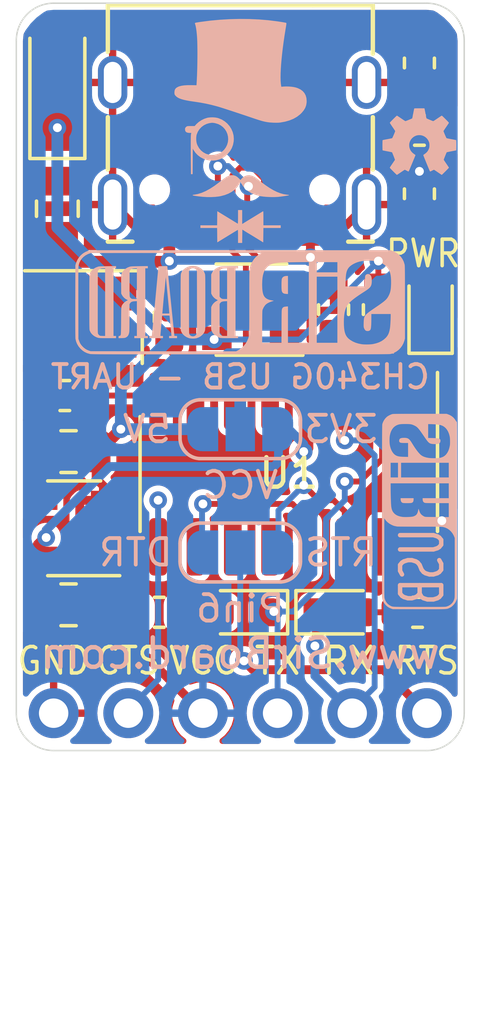
<source format=kicad_pcb>
(kicad_pcb (version 20171130) (host pcbnew "(5.1.2)-2")
  (title_block (title "CH340G USB to UART Converter") (date 2020-01-15) (rev 2) (company SirBoard) (comment 1 www.SirBoard.com))
  (layers (0 F.Cu signal) (31 B.Cu signal) (34 B.Paste user hide) (35 F.Paste user hide) (36 B.SilkS user) (37 F.SilkS user) (38 B.Mask user hide) (39 F.Mask user hide) (44 Edge.Cuts user))
  (net 0 "")
  (net 1 "Net-(U1-Pad15)")
  (net 2 "Net-(U1-Pad12)")
  (net 3 "Net-(U1-Pad11)")
  (net 4 "Net-(U1-Pad10)")
  (net 5 "Net-(PWR1-Pad2)")
  (net 6 GND)
  (net 7 VBUS)
  (net 8 CTS)
  (net 9 VCC)
  (net 10 TX)
  (net 11 RX)
  (net 12 P6)
  (net 13 3V3)
  (net 14 RTS)
  (net 15 DTR)
  (net 16 "Net-(P1-PadA5)")
  (net 17 "Net-(U2-Pad4)")
  (net 18 "Net-(P1-PadA8)")
  (net 19 "Net-(C1-Pad1)")
  (net 20 "Net-(C2-Pad1)")
  (net 21 "Net-(F1-Pad2)")
  (net 22 "Net-(R2-Pad2)")
  (net 23 "Net-(R3-Pad2)")
  (net 24 D-)
  (net 25 D+)
  (net 26 "Net-(P1-PadB5)")
  (net 27 "Net-(P1-PadB8)")
  (module logo:OSHW36x26 (layer B.Cu) (at 76.454 32.385 180)
    (fp_text reference G*** hide)
    (fp_text value LOGO hide)
  )
  (module logo:SirBoard112x35 (layer B.Cu) (at 70.358 37.846 180)
    (fp_text reference G*** hide)
    (fp_text value LOGO hide)
  )
  (module SirBoardLibrary:USB_C (layer F.Cu) (at 73.5487 35.8164 180)
    (fp_text reference P1 hide)
    (fp_text value USB_C_Plug_USB2.0 hide)
    (pad B4 smd rect (at 5.4558 0.5866 180) (size 0.31 1.4) (layers F.Cu F.Paste F.Mask) (net 21 "Net-(F1-Pad2)"))
    (pad B1 smd rect (at 6.2585 0.5866 180) (size 0.31 1.4) (layers F.Cu F.Paste F.Mask) (net 6 GND))
    (pad B9 smd rect (at 0.9685 0.5842 180) (size 0.31 1.4) (layers F.Cu F.Paste F.Mask) (net 21 "Net-(F1-Pad2)"))
    (pad B12 smd rect (at 0.1685 0.5842 180) (size 0.31 1.4) (layers F.Cu F.Paste F.Mask) (net 6 GND))
    (pad A1 smd rect (at -0.1415 0.5866 180) (size 0.31 1.4) (layers F.Cu F.Paste F.Mask) (net 6 GND))
    (pad A12 smd rect (at 6.5685 0.5866 180) (size 0.31 1.4) (layers F.Cu F.Paste F.Mask) (net 6 GND))
    (pad "" np_thru_hole circle (at 0.3235 1.7866 180) (size 0.65 0.65) (drill oval 0.65) (layers *.Cu *.Mask))
    (pad "" np_thru_hole circle (at 6.1035 1.7866 180) (size 0.65 0.65) (drill oval 0.65) (layers *.Cu *.Mask))
    (pad S1 thru_hole oval (at -1.1065 5.4366 180) (size 1 1.8) (drill oval 0.6 1.4) (layers *.Cu *.Mask) (net 6 GND))
    (pad S1 thru_hole oval (at 7.5335 5.4366 180) (size 1 1.8) (drill oval 0.6 1.4) (layers *.Cu *.Mask) (net 6 GND))
    (pad S1 thru_hole oval (at 7.5335 1.2866 180) (size 1 2.1) (drill oval 0.6 1.7) (layers *.Cu *.Mask) (net 6 GND))
    (pad S1 thru_hole oval (at -1.1065 1.2866 180) (size 1 2.1) (drill oval 0.6 1.7) (layers *.Cu *.Mask) (net 6 GND))
    (pad B5 smd rect (at 4.9635 0.5866 180) (size 0.32 1.4) (layers F.Cu F.Paste F.Mask) (net 26 "Net-(P1-PadB5)"))
    (pad A8 smd rect (at 4.4635 0.5866 180) (size 0.32 1.4) (layers F.Cu F.Paste F.Mask) (net 18 "Net-(P1-PadA8)"))
    (pad B6 smd rect (at 3.9635 0.5866 180) (size 0.32 1.4) (layers F.Cu F.Paste F.Mask) (net 25 D+))
    (pad A7 smd rect (at 3.4635 0.5866 180) (size 0.32 1.4) (layers F.Cu F.Paste F.Mask) (net 24 D-))
    (pad A6 smd rect (at 2.9635 0.5866 180) (size 0.32 1.4) (layers F.Cu F.Paste F.Mask) (net 25 D+))
    (pad B7 smd rect (at 2.4635 0.5866 180) (size 0.32 1.4) (layers F.Cu F.Paste F.Mask) (net 24 D-))
    (pad A5 smd rect (at 1.9635 0.5866 180) (size 0.32 1.4) (layers F.Cu F.Paste F.Mask) (net 16 "Net-(P1-PadA5)"))
    (pad B8 smd rect (at 1.4635 0.5866 180) (size 0.32 1.4) (layers F.Cu F.Paste F.Mask) (net 27 "Net-(P1-PadB8)"))
    (pad A9 smd rect (at 5.7685 0.5866 180) (size 0.31 1.4) (layers F.Cu F.Paste F.Mask) (net 21 "Net-(F1-Pad2)"))
    (pad A4 smd rect (at 0.6585 0.5866 180) (size 0.31 1.4) (layers F.Cu F.Paste F.Mask) (net 21 "Net-(F1-Pad2)"))
  )
  (module Connector_PinHeader_2.54mm:PinHeader_1x06_P2.54mm_Horizontal (layer F.Cu) (at 76.708 51.816 270)
    (fp_text reference J2 hide)
    (fp_text value Conn_01x06)
    (pad 6 thru_hole oval (at 0 12.7 270) (size 1.7 1.7) (drill 1) (layers *.Cu *.Mask) (net 6 GND))
    (pad 5 thru_hole oval (at 0 10.16 270) (size 1.7 1.7) (drill 1) (layers *.Cu *.Mask) (net 8 CTS))
    (pad 4 thru_hole oval (at 0 7.62 270) (size 1.7 1.7) (drill 1) (layers *.Cu *.Mask) (net 9 VCC))
    (pad 3 thru_hole oval (at 0 5.08 270) (size 1.7 1.7) (drill 1) (layers *.Cu *.Mask) (net 10 TX))
    (pad 2 thru_hole oval (at 0 2.54 270) (size 1.7 1.7) (drill 1) (layers *.Cu *.Mask) (net 11 RX))
    (pad 1 thru_hole circle (at 0 0 270) (size 1.7 1.7) (drill 1) (layers *.Cu *.Mask) (net 12 P6))
  )
  (module logo:SirUSB66x25 (layer B.Cu) (at 76.454 44.958 270)
    (fp_text reference G*** hide)
    (fp_text value LOGO hide)
  )
  (module Resistor_SMD:R_0603_1608Metric (layer F.Cu) (at 76.454 34.163 270)
    (fp_text reference R1 hide)
    (fp_text value 1K)
    (pad 2 smd roundrect (at 0.7875 0 270) (size 0.875 0.95) (layers F.Cu F.Paste F.Mask) (net 5 "Net-(PWR1-Pad2)"))
    (pad 1 smd roundrect (at -0.7875 0 270) (size 0.875 0.95) (layers F.Cu F.Paste F.Mask) (net 9 VCC))
  )
  (module Resistor_SMD:R_0603_1608Metric (layer F.Cu) (at 76.454 32.004)
    (fp_text reference R5 hide)
    (fp_text value 5K1)
    (pad 2 smd roundrect (at 0.7875 0) (size 0.875 0.95) (layers F.Cu F.Paste F.Mask) (net 6 GND))
    (pad 1 smd roundrect (at -0.7875 0) (size 0.875 0.95) (layers F.Cu F.Paste F.Mask) (net 16 "Net-(P1-PadA5)"))
  )
  (module Resistor_SMD:R_0603_1608Metric (layer F.Cu) (at 76.454 29.718 270)
    (fp_text reference R4 hide)
    (fp_text value 5K1)
    (pad 2 smd roundrect (at 0.7875 0 270) (size 0.875 0.95) (layers F.Cu F.Paste F.Mask) (net 6 GND))
    (pad 1 smd roundrect (at -0.7875 0 270) (size 0.875 0.95) (layers F.Cu F.Paste F.Mask) (net 26 "Net-(P1-PadB5)"))
  )
  (module logo:logo76x107 (layer B.Cu) (at 70.358 32.0294 180)
    (fp_text reference G*** hide)
    (fp_text value LOGO hide)
  )
  (module Jumper:SolderJumper-3_P1.3mm_Open_RoundedPad1.0x1.5mm (layer B.Cu) (at 70.358 42.164)
    (fp_text reference VCC (at 0 1.905) (layer B.SilkS) (effects (font (size 0.9 0.9) (thickness 0.13)) (justify mirror)))
    (fp_text value SolderJumper_3_Open)
    (pad 2 smd rect (at 0 0) (size 1 1.5) (layers B.Cu B.Mask) (net 9 VCC))
    (pad 3 smd custom (at 1.3 0) (size 1 0.5) (layers B.Cu B.Mask) (net 13 3V3) (options (clearance outline) (anchor rect)) (primitives (gr_circle (center 0 -0.25) (end 0.5 -0.25) (width 0)) (gr_circle (center 0 0.25) (end 0.5 0.25) (width 0)) (gr_poly (pts (xy -0.55 0.75) (xy 0 0.75) (xy 0 -0.75) (xy -0.55 -0.75)) (width 0))))
    (pad 1 smd custom (at -1.3 0) (size 1 0.5) (layers B.Cu B.Mask) (net 7 VBUS) (options (clearance outline) (anchor rect)) (primitives (gr_circle (center 0 -0.25) (end 0.5 -0.25) (width 0)) (gr_circle (center 0 0.25) (end 0.5 0.25) (width 0)) (gr_poly (pts (xy 0.55 0.75) (xy 0 0.75) (xy 0 -0.75) (xy 0.55 -0.75)) (width 0))))
  )
  (module Jumper:SolderJumper-3_P1.3mm_Open_RoundedPad1.0x1.5mm (layer B.Cu) (at 70.358 46.355)
    (fp_text reference Pin6 (at 0 1.905) (layer B.SilkS) (effects (font (size 0.9 0.9) (thickness 0.13)) (justify mirror)))
    (fp_text value SolderJumper_3_Open)
    (pad 2 smd rect (at 0 0) (size 1 1.5) (layers B.Cu B.Mask) (net 12 P6))
    (pad 3 smd custom (at 1.3 0) (size 1 0.5) (layers B.Cu B.Mask) (net 14 RTS) (options (clearance outline) (anchor rect)) (primitives (gr_circle (center 0 -0.25) (end 0.5 -0.25) (width 0)) (gr_circle (center 0 0.25) (end 0.5 0.25) (width 0)) (gr_poly (pts (xy -0.55 0.75) (xy 0 0.75) (xy 0 -0.75) (xy -0.55 -0.75)) (width 0))))
    (pad 1 smd custom (at -1.3 0) (size 1 0.5) (layers B.Cu B.Mask) (net 15 DTR) (options (clearance outline) (anchor rect)) (primitives (gr_circle (center 0 -0.25) (end 0.5 -0.25) (width 0)) (gr_circle (center 0 0.25) (end 0.5 0.25) (width 0)) (gr_poly (pts (xy 0.55 0.75) (xy 0 0.75) (xy 0 -0.75) (xy 0.55 -0.75)) (width 0))))
  )
  (module SirBoardLibrary:SOT-143 (layer F.Cu) (at 70.739 38.1 90)
    (fp_text reference D1 hide)
    (fp_text value PRTR5V0U2X)
    (pad 4 smd rect (at -0.9754 -1.1762 90) (size 0.8 1) (layers F.Cu F.Paste F.Mask) (net 7 VBUS))
    (pad 3 smd rect (at 0.9246 -1.1762 90) (size 0.8 1) (layers F.Cu F.Paste F.Mask) (net 24 D-))
    (pad 2 smd rect (at 0.9246 1.1238 90) (size 0.8 1) (layers F.Cu F.Paste F.Mask) (net 25 D+))
    (pad 1 smd rect (at -0.7954 1.1238 90) (size 1.2 1) (layers F.Cu F.Paste F.Mask) (net 6 GND))
  )
  (module Capacitor_SMD:C_0603_1608Metric (layer F.Cu) (at 64.389 41.021 180)
    (fp_text reference C2 hide)
    (fp_text value 9pF)
    (pad 2 smd roundrect (at 0.7875 0 180) (size 0.875 0.95) (layers F.Cu F.Paste F.Mask) (net 6 GND))
    (pad 1 smd roundrect (at -0.7875 0 180) (size 0.875 0.95) (layers F.Cu F.Paste F.Mask) (net 20 "Net-(C2-Pad1)"))
  )
  (module Capacitor_SMD:C_0603_1608Metric (layer F.Cu) (at 67.945 38.354 90)
    (fp_text reference C1 hide)
    (fp_text value 9pF)
    (pad 1 smd roundrect (at -0.7875 0 90) (size 0.875 0.95) (layers F.Cu F.Paste F.Mask) (net 19 "Net-(C1-Pad1)"))
    (pad 2 smd roundrect (at 0.7875 0 90) (size 0.875 0.95) (layers F.Cu F.Paste F.Mask) (net 6 GND))
  )
  (module LED_SMD:LED_0603_1608Metric (layer F.Cu) (at 76.835 38.1 90)
    (fp_text reference PWR (at 1.905 -0.254 180) (layer F.SilkS) (effects (font (size 0.9 0.8) (thickness 0.12))))
    (fp_text value BLUE)
    (pad 2 smd roundrect (at 0.7875 0 90) (size 0.875 0.95) (layers F.Cu F.Paste F.Mask) (net 5 "Net-(PWR1-Pad2)"))
    (pad 1 smd roundrect (at -0.7875 0 90) (size 0.875 0.95) (layers F.Cu F.Paste F.Mask) (net 6 GND))
  )
  (module LED_SMD:LED_0603_1608Metric (layer F.Cu) (at 70.485 48.387 180)
    (fp_text reference TX2 hide)
    (fp_text value RED)
    (pad 1 smd roundrect (at -0.7875 0 180) (size 0.875 0.95) (layers F.Cu F.Paste F.Mask) (net 10 TX))
    (pad 2 smd roundrect (at 0.7875 0 180) (size 0.875 0.95) (layers F.Cu F.Paste F.Mask) (net 22 "Net-(R2-Pad2)"))
  )
  (module LED_SMD:LED_0603_1608Metric (layer F.Cu) (at 73.7362 48.387)
    (fp_text reference RX1 hide)
    (fp_text value GREEN)
    (pad 1 smd roundrect (at -0.7875 0) (size 0.875 0.95) (layers F.Cu F.Paste F.Mask) (net 11 RX))
    (pad 2 smd roundrect (at 0.7875 0) (size 0.875 0.95) (layers F.Cu F.Paste F.Mask) (net 23 "Net-(R3-Pad2)"))
  )
  (module Resistor_SMD:R_0603_1608Metric (layer F.Cu) (at 76.3905 48.387 180)
    (fp_text reference R3 hide)
    (fp_text value 1K)
    (pad 1 smd roundrect (at -0.7875 0 180) (size 0.875 0.95) (layers F.Cu F.Paste F.Mask) (net 9 VCC))
    (pad 2 smd roundrect (at 0.7875 0 180) (size 0.875 0.95) (layers F.Cu F.Paste F.Mask) (net 23 "Net-(R3-Pad2)"))
  )
  (module Resistor_SMD:R_0603_1608Metric (layer F.Cu) (at 67.602 48.387)
    (fp_text reference R2 hide)
    (fp_text value 1K)
    (pad 1 smd roundrect (at -0.7875 0) (size 0.875 0.95) (layers F.Cu F.Paste F.Mask) (net 9 VCC))
    (pad 2 smd roundrect (at 0.7875 0) (size 0.875 0.95) (layers F.Cu F.Paste F.Mask) (net 22 "Net-(R2-Pad2)"))
  )
  (module Resistor_SMD:R_0805_2012Metric (layer F.Cu) (at 64.135 34.671 270)
    (fp_text reference F1 hide)
    (fp_text value 500mA)
    (pad 1 smd roundrect (at -0.9375 0 270) (size 0.975 1.4) (layers F.Cu F.Paste F.Mask) (net 7 VBUS))
    (pad 2 smd roundrect (at 0.9375 0 270) (size 0.975 1.4) (layers F.Cu F.Paste F.Mask) (net 21 "Net-(F1-Pad2)"))
  )
  (module Crystal:Crystal_SMD_SeikoEpson_TSX3225-4Pin_3.2x2.5mm (layer F.Cu) (at 65.024 38.354 180)
    (fp_text reference Y1 hide)
    (fp_text value Crystal_GND24)
    (pad 1 smd rect (at -1.1 0.8 180) (size 1.4 1.15) (layers F.Cu F.Paste F.Mask) (net 19 "Net-(C1-Pad1)"))
    (pad 2 smd rect (at 1.1 0.8 180) (size 1.4 1.15) (layers F.Cu F.Paste F.Mask) (net 6 GND))
    (pad 3 smd rect (at 1.1 -0.8 180) (size 1.4 1.15) (layers F.Cu F.Paste F.Mask) (net 20 "Net-(C2-Pad1)"))
    (pad 4 smd rect (at -1.1 -0.8 180) (size 1.4 1.15) (layers F.Cu F.Paste F.Mask) (net 6 GND))
  )
  (module Capacitor_SMD:C_0805_2012Metric (layer F.Cu) (at 64.516 48.133)
    (fp_text reference C7 hide)
    (fp_text value 10uF)
    (pad 2 smd roundrect (at 0.9375 0) (size 0.975 1.4) (layers F.Cu F.Paste F.Mask) (net 6 GND))
    (pad 1 smd roundrect (at -0.9375 0) (size 0.975 1.4) (layers F.Cu F.Paste F.Mask) (net 13 3V3))
  )
  (module Capacitor_SMD:C_0805_2012Metric (layer F.Cu) (at 64.516 42.926 180)
    (fp_text reference C6 hide)
    (fp_text value 10uF)
    (pad 2 smd roundrect (at 0.9375 0 180) (size 0.975 1.4) (layers F.Cu F.Paste F.Mask) (net 6 GND))
    (pad 1 smd roundrect (at -0.9375 0 180) (size 0.975 1.4) (layers F.Cu F.Paste F.Mask) (net 7 VBUS))
  )
  (module Capacitor_SMD:C_0603_1608Metric (layer F.Cu) (at 73.533 38.1 270)
    (fp_text reference C5 hide)
    (fp_text value 10nF)
    (pad 2 smd roundrect (at 0.7875 0 270) (size 0.875 0.95) (layers F.Cu F.Paste F.Mask) (net 13 3V3))
    (pad 1 smd roundrect (at -0.7875 0 270) (size 0.875 0.95) (layers F.Cu F.Paste F.Mask) (net 6 GND))
  )
  (module Package_TO_SOT_SMD:SOT-23-5 (layer F.Cu) (at 64.7065 45.532 180)
    (fp_text reference U2 hide)
    (fp_text value AP2127K-3.3)
    (pad 5 smd rect (at 1.1 -0.95 180) (size 1.06 0.65) (layers F.Cu F.Paste F.Mask) (net 13 3V3))
    (pad 4 smd rect (at 1.1 0.95 180) (size 1.06 0.65) (layers F.Cu F.Paste F.Mask) (net 17 "Net-(U2-Pad4)"))
    (pad 3 smd rect (at -1.1 0.95 180) (size 1.06 0.65) (layers F.Cu F.Paste F.Mask) (net 7 VBUS))
    (pad 2 smd rect (at -1.1 0 180) (size 1.06 0.65) (layers F.Cu F.Paste F.Mask) (net 6 GND))
    (pad 1 smd rect (at -1.1 -0.95 180) (size 1.06 0.65) (layers F.Cu F.Paste F.Mask) (net 7 VBUS))
  )
  (module Package_SO:SOIC-16_3.9x9.9mm_P1.27mm (layer F.Cu) (at 72.009 43.688 270)
    (fp_text reference U1 (at -0.0254 0 180) (layer F.SilkS))
    (fp_text value CH340G)
    (pad 1 smd roundrect (at -2.475 -4.445 270) (size 1.95 0.6) (layers F.Cu F.Paste F.Mask) (net 6 GND))
    (pad 2 smd roundrect (at -2.475 -3.175 270) (size 1.95 0.6) (layers F.Cu F.Paste F.Mask) (net 10 TX))
    (pad 3 smd roundrect (at -2.475 -1.905 270) (size 1.95 0.6) (layers F.Cu F.Paste F.Mask) (net 11 RX))
    (pad 4 smd roundrect (at -2.475 -0.635 270) (size 1.95 0.6) (layers F.Cu F.Paste F.Mask) (net 13 3V3))
    (pad 5 smd roundrect (at -2.475 0.635 270) (size 1.95 0.6) (layers F.Cu F.Paste F.Mask) (net 25 D+))
    (pad 6 smd roundrect (at -2.475 1.905 270) (size 1.95 0.6) (layers F.Cu F.Paste F.Mask) (net 24 D-))
    (pad 7 smd roundrect (at -2.475 3.175 270) (size 1.95 0.6) (layers F.Cu F.Paste F.Mask) (net 19 "Net-(C1-Pad1)"))
    (pad 8 smd roundrect (at -2.475 4.445 270) (size 1.95 0.6) (layers F.Cu F.Paste F.Mask) (net 20 "Net-(C2-Pad1)"))
    (pad 9 smd roundrect (at 2.475 4.445 270) (size 1.95 0.6) (layers F.Cu F.Paste F.Mask) (net 8 CTS))
    (pad 10 smd roundrect (at 2.475 3.175 270) (size 1.95 0.6) (layers F.Cu F.Paste F.Mask) (net 4 "Net-(U1-Pad10)"))
    (pad 11 smd roundrect (at 2.475 1.905 270) (size 1.95 0.6) (layers F.Cu F.Paste F.Mask) (net 3 "Net-(U1-Pad11)"))
    (pad 12 smd roundrect (at 2.475 0.635 270) (size 1.95 0.6) (layers F.Cu F.Paste F.Mask) (net 2 "Net-(U1-Pad12)"))
    (pad 13 smd roundrect (at 2.475 -0.635 270) (size 1.95 0.6) (layers F.Cu F.Paste F.Mask) (net 15 DTR))
    (pad 14 smd roundrect (at 2.475 -1.905 270) (size 1.95 0.6) (layers F.Cu F.Paste F.Mask) (net 14 RTS))
    (pad 15 smd roundrect (at 2.475 -3.175 270) (size 1.95 0.6) (layers F.Cu F.Paste F.Mask) (net 1 "Net-(U1-Pad15)"))
    (pad 16 smd roundrect (at 2.475 -4.445 270) (size 1.95 0.6) (layers F.Cu F.Paste F.Mask) (net 9 VCC))
  )
  (module Capacitor_SMD:C_0603_1608Metric (layer F.Cu) (at 75.057 38.1 270)
    (fp_text reference C4 hide)
    (fp_text value 100nF)
    (pad 1 smd roundrect (at -0.7875 0 270) (size 0.875 0.95) (layers F.Cu F.Paste F.Mask) (net 7 VBUS))
    (pad 2 smd roundrect (at 0.7875 0 270) (size 0.875 0.95) (layers F.Cu F.Paste F.Mask) (net 6 GND))
  )
  (module Capacitor_Tantalum_SMD:CP_EIA-3216-18_Kemet-A_Pad1.58x1.35mm_HandSolder (layer F.Cu) (at 64.135 30.48 90)
    (fp_text reference C3 hide)
    (fp_text value 22uF)
    (pad 2 smd roundrect (at 1.4375 0 90) (size 1.575 1.35) (layers F.Cu F.Paste F.Mask) (roundrect_rratio 0.185185) (net 6 GND))
    (pad 1 smd roundrect (at -1.4375 0 90) (size 1.575 1.35) (layers F.Cu F.Paste F.Mask) (roundrect_rratio 0.185185) (net 7 VBUS))
  )
  (gr_text USB (at 76.5556 46.8376 90) (layer B.SilkS) (effects (font (size 1.4 0.85)) (justify mirror)))
  (gr_arc (start 64.008 28.956) (end 64.008 27.686) (angle -90) (layer Edge.Cuts) (width 0.05))
  (gr_arc (start 76.708 28.956) (end 77.978 28.956) (angle -90) (layer Edge.Cuts) (width 0.05))
  (gr_arc (start 76.708 51.816) (end 76.708 53.086) (angle -90) (layer Edge.Cuts) (width 0.05))
  (gr_arc (start 64.008 51.816) (end 62.738 51.816) (angle -90) (layer Edge.Cuts) (width 0.05))
  (gr_text 5V (at 67.183 42.164) (layer B.SilkS) (effects (font (size 0.9 0.9) (thickness 0.13)) (justify mirror)))
  (gr_text 3V3 (at 73.787 42.164) (layer B.SilkS) (effects (font (size 0.9 0.9) (thickness 0.13)) (justify mirror)))
  (gr_text RTS (at 73.787 46.355) (layer B.SilkS) (effects (font (size 0.9 0.9) (thickness 0.13)) (justify mirror)))
  (gr_text DTR (at 66.802 46.355) (layer B.SilkS) (effects (font (size 0.9 0.9) (thickness 0.13)) (justify mirror)))
  (gr_text TX (at 71.628 50.038) (layer F.SilkS) (effects (font (size 0.9 0.9) (thickness 0.13))))
  (gr_text CTS (at 66.548 50.038) (layer F.SilkS) (effects (font (size 0.9 0.8) (thickness 0.12))))
  (gr_text GND (at 64.008 50.038) (layer F.SilkS) (effects (font (size 0.9 0.8) (thickness 0.12))))
  (gr_text VCC (at 69.088 50.038) (layer F.SilkS) (effects (font (size 0.9 0.8) (thickness 0.12))))
  (gr_text RX (at 74.041 50.038) (layer F.SilkS) (effects (font (size 0.9 0.9) (thickness 0.13))))
  (gr_text RTS (at 76.708 50.038) (layer F.SilkS) (effects (font (size 0.9 0.8) (thickness 0.12))))
  (gr_text "CH340G USB - UART" (at 70.358 40.386) (layer B.SilkS) (effects (font (size 0.8 0.8) (thickness 0.13)) (justify mirror)))
  (gr_text www.SirBoard.com (at 70.358 49.784) (layer B.SilkS) (effects (font (size 1 1)) (justify mirror)))
  (gr_line (start 62.738 28.956) (end 62.738 51.816) (layer Edge.Cuts) (width 0.05))
  (gr_line (start 77.978 28.956) (end 77.978 51.816) (layer Edge.Cuts) (width 0.05))
  (gr_line (start 76.708 27.686) (end 64.008 27.686) (layer Edge.Cuts) (width 0.05))
  (gr_line (start 64.008 53.086) (end 76.708 53.086) (layer Edge.Cuts) (width 0.05))
  (segment (start 76.835 35.3315) (end 76.454 34.9505) (width 0.2) (layer F.Cu) (net 5))
  (segment (start 76.835 37.3125) (end 76.835 35.3315) (width 0.2) (layer F.Cu) (net 5))
  (segment (start 73.6882 35.2298) (end 73.3806 35.2298) (width 0.2) (layer F.Cu) (net 6))
  (segment (start 73.974 35.2274) (end 74.674 34.5274) (width 0.3) (layer F.Cu) (net 6))
  (segment (start 73.709 35.2274) (end 73.974 35.2274) (width 0.3) (layer F.Cu) (net 6))
  (segment (start 66.734 35.2274) (end 66.034 34.5274) (width 0.3) (layer F.Cu) (net 6))
  (segment (start 67.309 35.2274) (end 66.734 35.2274) (width 0.3) (layer F.Cu) (net 6))
  (via (at 69.469 39.116) (size 0.6) (drill 0.3) (layers F.Cu B.Cu) (net 7))
  (segment (start 69.469 39.116) (end 67.945 39.116) (width 0.4) (layer B.Cu) (net 7))
  (via (at 66.294 42.164) (size 0.6) (drill 0.3) (layers F.Cu B.Cu) (net 7))
  (segment (start 65.4535 43.8455) (end 65.4535 43.053) (width 0.3) (layer F.Cu) (net 7))
  (segment (start 65.7 44.092) (end 65.4535 43.8455) (width 0.3) (layer F.Cu) (net 7))
  (segment (start 64.9732 46.482) (end 64.897 46.4058) (width 0.3) (layer F.Cu) (net 7))
  (segment (start 65.7 46.482) (end 64.9732 46.482) (width 0.3) (layer F.Cu) (net 7))
  (segment (start 64.897 46.4058) (end 64.897 44.6532) (width 0.3) (layer F.Cu) (net 7))
  (segment (start 64.897 44.6532) (end 64.9682 44.582) (width 0.3) (layer F.Cu) (net 7))
  (segment (start 64.9682 44.582) (end 65.7 44.582) (width 0.3) (layer F.Cu) (net 7))
  (segment (start 65.7 44.582) (end 65.7 44.092) (width 0.3) (layer F.Cu) (net 7))
  (segment (start 74.757001 36.748999) (end 75.057 36.449) (width 0.2) (layer B.Cu) (net 7))
  (segment (start 72.39 39.116) (end 74.757001 36.748999) (width 0.2) (layer B.Cu) (net 7))
  (segment (start 69.469 39.116) (end 72.39 39.116) (width 0.2) (layer B.Cu) (net 7))
  (segment (start 75.057 37.3125) (end 75.057 36.449) (width 0.2) (layer F.Cu) (net 7))
  (via (at 75.057 36.449) (size 0.6) (drill 0.3) (layers F.Cu B.Cu) (net 7))
  (via (at 64.135 31.917488) (size 0.6) (drill 0.3) (layers F.Cu B.Cu) (net 7))
  (segment (start 64.135012 31.9175) (end 64.135 31.917488) (width 0.4) (layer F.Cu) (net 7))
  (segment (start 64.135 32.341752) (end 64.135 31.917488) (width 0.4) (layer F.Cu) (net 7))
  (segment (start 64.135 33.6065) (end 64.135 32.341752) (width 0.4) (layer F.Cu) (net 7))
  (segment (start 64.135 31.9175) (end 64.135 31.917488) (width 0.4) (layer B.Cu) (net 7))
  (segment (start 67.945 39.116) (end 64.135 35.306) (width 0.4) (layer B.Cu) (net 7))
  (segment (start 64.135 35.306) (end 64.135 31.9175) (width 0.4) (layer B.Cu) (net 7))
  (segment (start 66.294 42.164) (end 69.058 42.164) (width 0.4) (layer B.Cu) (net 7))
  (segment (start 67.945 39.116) (end 66.294 40.767) (width 0.4) (layer B.Cu) (net 7))
  (segment (start 66.294 40.767) (end 66.294 42.164) (width 0.4) (layer B.Cu) (net 7))
  (segment (start 65.532 42.926) (end 65.4535 42.926) (width 0.4) (layer F.Cu) (net 7))
  (segment (start 66.294 42.164) (end 65.532 42.926) (width 0.4) (layer F.Cu) (net 7))
  (segment (start 66.548 51.308) (end 66.548 51.689) (width 0.3) (layer B.Cu) (net 8))
  (segment (start 67.564 45.001264) (end 67.564 44.577) (width 0.2) (layer B.Cu) (net 8))
  (segment (start 67.564 50.673) (end 67.564 45.001264) (width 0.2) (layer B.Cu) (net 8))
  (segment (start 67.564 46.036) (end 67.564 45.001264) (width 0.2) (layer F.Cu) (net 8))
  (segment (start 66.548 51.689) (end 67.564 50.673) (width 0.2) (layer B.Cu) (net 8))
  (segment (start 67.437 46.163) (end 67.564 46.036) (width 0.2) (layer F.Cu) (net 8))
  (segment (start 67.564 45.001264) (end 67.564 44.577) (width 0.2) (layer F.Cu) (net 8))
  (via (at 67.564 44.577) (size 0.6) (drill 0.3) (layers F.Cu B.Cu) (net 8))
  (via (at 76.454 33.401) (size 0.6) (drill 0.3) (layers F.Cu B.Cu) (net 9))
  (via (at 77.216 45.274) (size 0.6) (drill 0.3) (layers F.Cu B.Cu) (net 9))
  (segment (start 77.216 41.529) (end 77.216 45.274) (width 0.4) (layer B.Cu) (net 9))
  (segment (start 76.2 40.513) (end 77.216 41.529) (width 0.4) (layer B.Cu) (net 9))
  (segment (start 70.859 40.513) (end 76.2 40.513) (width 0.4) (layer B.Cu) (net 9))
  (segment (start 70.358 42.164) (end 70.358 41.014) (width 0.4) (layer B.Cu) (net 9))
  (segment (start 70.358 41.014) (end 70.859 40.513) (width 0.4) (layer B.Cu) (net 9))
  (segment (start 76.454 46.036) (end 77.216 45.274) (width 0.4) (layer F.Cu) (net 9))
  (segment (start 76.454 46.163) (end 76.454 46.036) (width 0.4) (layer F.Cu) (net 9))
  (segment (start 66.8145 48.387) (end 66.751 48.387) (width 0.2) (layer F.Cu) (net 9))
  (segment (start 77.267 48.59) (end 77.267 48.476) (width 0.2) (layer F.Cu) (net 9))
  (segment (start 77.267 48.476) (end 77.216 48.425) (width 0.2) (layer F.Cu) (net 9))
  (segment (start 66.8145 49.5425) (end 69.088 51.816) (width 0.3) (layer F.Cu) (net 9))
  (segment (start 66.8145 48.387) (end 66.8145 49.5425) (width 0.3) (layer F.Cu) (net 9))
  (segment (start 76.454 47.117) (end 76.454 46.163) (width 0.3) (layer F.Cu) (net 9))
  (segment (start 77.178 48.387) (end 77.178 47.841) (width 0.3) (layer F.Cu) (net 9))
  (segment (start 77.178 47.841) (end 76.454 47.117) (width 0.3) (layer F.Cu) (net 9))
  (via (at 73.914 43.942) (size 0.6) (drill 0.3) (layers F.Cu B.Cu) (net 10))
  (via (at 71.501 48.3615) (size 0.6) (drill 0.3) (layers F.Cu B.Cu) (net 10))
  (segment (start 71.628 51.689) (end 71.628 48.4885) (width 0.2) (layer B.Cu) (net 10))
  (segment (start 71.628 48.4885) (end 71.501 48.3615) (width 0.2) (layer B.Cu) (net 10))
  (segment (start 73.914 44.577) (end 73.914 43.942) (width 0.2) (layer B.Cu) (net 10))
  (segment (start 73.279 45.212) (end 73.914 44.577) (width 0.2) (layer B.Cu) (net 10))
  (segment (start 73.279 47.244) (end 73.279 45.212) (width 0.2) (layer B.Cu) (net 10))
  (segment (start 71.501 48.3615) (end 72.1615 48.3615) (width 0.2) (layer B.Cu) (net 10))
  (segment (start 72.1615 48.3615) (end 73.279 47.244) (width 0.2) (layer B.Cu) (net 10))
  (segment (start 75.184 43.18) (end 75.184 41.213) (width 0.2) (layer F.Cu) (net 10))
  (segment (start 73.914 43.942) (end 74.422 43.942) (width 0.2) (layer F.Cu) (net 10))
  (segment (start 74.422 43.942) (end 75.184 43.18) (width 0.2) (layer F.Cu) (net 10))
  (via (at 72.898 49.529996) (size 0.6) (drill 0.3) (layers F.Cu B.Cu) (net 11))
  (segment (start 74.168 51.816) (end 72.898 50.546) (width 0.3) (layer B.Cu) (net 11))
  (segment (start 72.898 50.546) (end 72.898 49.95426) (width 0.3) (layer B.Cu) (net 11))
  (segment (start 72.898 49.95426) (end 72.898 49.529996) (width 0.3) (layer B.Cu) (net 11))
  (segment (start 72.9487 49.479296) (end 72.898 49.529996) (width 0.3) (layer F.Cu) (net 11))
  (segment (start 72.9487 48.387) (end 72.9487 49.479296) (width 0.3) (layer F.Cu) (net 11))
  (via (at 73.914 42.545) (size 0.6) (drill 0.3) (layers F.Cu B.Cu) (net 11))
  (segment (start 73.914 41.213) (end 73.914 42.545028) (width 0.2) (layer F.Cu) (net 11))
  (segment (start 74.422 42.545) (end 73.914 42.545) (width 0.2) (layer B.Cu) (net 11))
  (segment (start 74.93 43.053) (end 74.422 42.545) (width 0.2) (layer B.Cu) (net 11))
  (segment (start 74.168 51.689) (end 74.93 50.927) (width 0.2) (layer B.Cu) (net 11))
  (segment (start 74.93 50.927) (end 74.93 43.053) (width 0.2) (layer B.Cu) (net 11))
  (via (at 70.485 50.038) (size 0.6) (drill 0.3) (layers F.Cu B.Cu) (net 12))
  (segment (start 70.358 46.355) (end 70.358 49.911) (width 0.2) (layer B.Cu) (net 12))
  (segment (start 70.358 49.911) (end 70.485 50.038) (width 0.2) (layer B.Cu) (net 12))
  (segment (start 75.858001 50.966001) (end 76.708 51.816) (width 0.3) (layer F.Cu) (net 12))
  (segment (start 75.229999 50.337999) (end 75.858001 50.966001) (width 0.3) (layer F.Cu) (net 12))
  (segment (start 70.784999 50.337999) (end 75.229999 50.337999) (width 0.3) (layer F.Cu) (net 12))
  (segment (start 70.485 50.038) (end 70.784999 50.337999) (width 0.3) (layer F.Cu) (net 12))
  (segment (start 63.5 47.107) (end 63.5 46.482) (width 0.3) (layer F.Cu) (net 13))
  (segment (start 63.5 48.0845) (end 63.5 47.107) (width 0.3) (layer F.Cu) (net 13))
  (via (at 72.517 42.926) (size 0.6) (drill 0.3) (layers F.Cu B.Cu) (net 13))
  (segment (start 72.517 42.926) (end 72.42 42.926) (width 0.4) (layer B.Cu) (net 13))
  (via (at 63.754 45.847) (size 0.6) (drill 0.3) (layers F.Cu B.Cu) (net 13))
  (segment (start 72.644 42.799) (end 72.517 42.926) (width 0.4) (layer F.Cu) (net 13))
  (segment (start 72.644 41.213) (end 72.644 42.799) (width 0.4) (layer F.Cu) (net 13))
  (segment (start 72.644 39.7765) (end 72.644 41.213) (width 0.2) (layer F.Cu) (net 13))
  (segment (start 73.533 38.8875) (end 72.644 39.7765) (width 0.2) (layer F.Cu) (net 13))
  (segment (start 72.517 42.672) (end 72.009 42.164) (width 0.3) (layer B.Cu) (net 13))
  (segment (start 72.009 42.164) (end 71.658 42.164) (width 0.3) (layer B.Cu) (net 13))
  (segment (start 72.517 42.926) (end 72.517 42.672) (width 0.3) (layer B.Cu) (net 13))
  (segment (start 71.658 43.277) (end 71.658 42.164) (width 0.3) (layer B.Cu) (net 13))
  (segment (start 71.501 43.434) (end 71.658 43.277) (width 0.3) (layer B.Cu) (net 13))
  (segment (start 65.913 43.434) (end 71.501 43.434) (width 0.3) (layer B.Cu) (net 13))
  (segment (start 63.754 45.847) (end 63.754 45.593) (width 0.3) (layer B.Cu) (net 13))
  (segment (start 63.754 45.593) (end 65.913 43.434) (width 0.3) (layer B.Cu) (net 13))
  (segment (start 63.5 46.101) (end 63.754 45.847) (width 0.4) (layer F.Cu) (net 13))
  (segment (start 63.5 46.482) (end 63.5 46.101) (width 0.4) (layer F.Cu) (net 13))
  (via (at 72.517 44.069) (size 0.6) (drill 0.3) (layers F.Cu B.Cu) (net 14))
  (segment (start 71.658 44.928) (end 72.517 44.069) (width 0.2) (layer B.Cu) (net 14))
  (segment (start 71.658 46.355) (end 71.658 44.928) (width 0.2) (layer B.Cu) (net 14))
  (segment (start 73.025 44.577) (end 72.517 44.069) (width 0.2) (layer F.Cu) (net 14))
  (segment (start 73.533 44.577) (end 73.025 44.577) (width 0.2) (layer F.Cu) (net 14))
  (segment (start 73.914 46.163) (end 73.914 44.958) (width 0.2) (layer F.Cu) (net 14))
  (segment (start 73.914 44.958) (end 73.533 44.577) (width 0.2) (layer F.Cu) (net 14))
  (segment (start 69.058 44.734) (end 69.088 44.704) (width 0.2) (layer B.Cu) (net 15))
  (segment (start 69.058 46.355) (end 69.058 44.734) (width 0.2) (layer B.Cu) (net 15))
  (via (at 69.088 44.704) (size 0.6) (drill 0.3) (layers F.Cu B.Cu) (net 15))
  (segment (start 69.512264 44.704) (end 69.088 44.704) (width 0.2) (layer F.Cu) (net 15))
  (segment (start 72.133 44.704) (end 69.512264 44.704) (width 0.2) (layer F.Cu) (net 15))
  (segment (start 72.644 46.163) (end 72.644 45.215) (width 0.2) (layer F.Cu) (net 15))
  (segment (start 72.644 45.215) (end 72.133 44.704) (width 0.2) (layer F.Cu) (net 15))
  (segment (start 75.6665 32.004) (end 72.7456 32.004) (width 0.2) (layer F.Cu) (net 16))
  (segment (start 71.5852 33.1644) (end 71.5852 35.2298) (width 0.2) (layer F.Cu) (net 16))
  (segment (start 72.7456 32.004) (end 71.5852 33.1644) (width 0.2) (layer F.Cu) (net 16))
  (segment (start 67.818 39.37) (end 67.818 38.989) (width 0.2) (layer F.Cu) (net 19))
  (segment (start 68.707 41.213) (end 68.707 40.259) (width 0.2) (layer F.Cu) (net 19))
  (segment (start 68.707 40.259) (end 67.818 39.37) (width 0.2) (layer F.Cu) (net 19))
  (segment (start 66.383 37.554) (end 65.997 37.554) (width 0.2) (layer F.Cu) (net 19))
  (segment (start 67.818 38.989) (end 66.383 37.554) (width 0.2) (layer F.Cu) (net 19))
  (segment (start 63.797 39.33675) (end 63.797 39.154) (width 0.2) (layer F.Cu) (net 20))
  (segment (start 65.1765 41.021) (end 65.1765 40.71625) (width 0.2) (layer F.Cu) (net 20))
  (segment (start 65.1765 40.71625) (end 63.797 39.33675) (width 0.2) (layer F.Cu) (net 20))
  (segment (start 67.245 41.021) (end 67.437 41.213) (width 0.2) (layer F.Cu) (net 20))
  (segment (start 65.1765 41.021) (end 67.245 41.021) (width 0.2) (layer F.Cu) (net 20))
  (segment (start 68.1307 35.2298) (end 67.818 35.2298) (width 0.2) (layer F.Cu) (net 21))
  (segment (start 72.8878 35.2322) (end 72.8902 35.2298) (width 0.3) (layer F.Cu) (net 21))
  (segment (start 72.5802 35.2322) (end 72.8878 35.2322) (width 0.3) (layer F.Cu) (net 21))
  (segment (start 67.7802 35.2298) (end 68.0929 35.2298) (width 0.3) (layer F.Cu) (net 21))
  (segment (start 72.7456 36.4236) (end 72.7456 36.4236) (width 0.3) (layer F.Cu) (net 21))
  (segment (start 72.7456 36.4236) (end 72.7456 35.2298) (width 0.3) (layer F.Cu) (net 21))
  (via (at 72.7456 36.322) (size 0.6) (drill 0.3) (layers F.Cu B.Cu) (net 21))
  (via (at 67.945 36.449) (size 0.6) (drill 0.3) (layers F.Cu B.Cu) (net 21))
  (segment (start 67.945 36.449) (end 67.945 35.2298) (width 0.4) (layer F.Cu) (net 21))
  (segment (start 67.9196 36.4744) (end 67.945 36.449) (width 0.4) (layer F.Cu) (net 21))
  (segment (start 64.8716 36.4744) (end 67.9196 36.4744) (width 0.4) (layer F.Cu) (net 21))
  (segment (start 67.9704 36.4236) (end 67.945 36.449) (width 0.3) (layer B.Cu) (net 21))
  (segment (start 72.7456 36.322) (end 72.644 36.4236) (width 0.3) (layer B.Cu) (net 21))
  (segment (start 72.644 36.4236) (end 67.9704 36.4236) (width 0.3) (layer B.Cu) (net 21))
  (segment (start 64.008 35.6085) (end 64.8739 36.4744) (width 0.4) (layer F.Cu) (net 21))
  (segment (start 64.8739 36.4744) (end 65.2018 36.4744) (width 0.4) (layer F.Cu) (net 21))
  (segment (start 69.6975 48.387) (end 68.326 48.387) (width 0.2) (layer F.Cu) (net 22))
  (segment (start 75.603 48.387) (end 74.4475 48.387) (width 0.2) (layer F.Cu) (net 23))
  (segment (start 71.0946 34.3298) (end 71.0946 35.2298) (width 0.2) (layer F.Cu) (net 24))
  (segment (start 70.0949 35.2274) (end 70.0949 33.5371) (width 0.2) (layer F.Cu) (net 24))
  (segment (start 70.358 33.274) (end 70.782364 33.274) (width 0.2) (layer F.Cu) (net 24))
  (segment (start 70.782364 33.274) (end 71.164402 33.656038) (width 0.2) (layer F.Cu) (net 24))
  (segment (start 71.164402 33.656038) (end 71.164402 34.257898) (width 0.2) (layer F.Cu) (net 24))
  (segment (start 70.0949 33.5371) (end 70.358 33.274) (width 0.2) (layer F.Cu) (net 24))
  (segment (start 71.164402 34.257898) (end 71.0949 34.3274) (width 0.2) (layer F.Cu) (net 24))
  (segment (start 70.5485 39.722) (end 70.5485 37.2448) (width 0.2) (layer F.Cu) (net 24))
  (segment (start 70.104 40.1665) (end 70.5485 39.722) (width 0.2) (layer F.Cu) (net 24))
  (segment (start 69.977 41.213) (end 70.104 41.086) (width 0.2) (layer F.Cu) (net 24))
  (segment (start 70.104 41.086) (end 70.104 40.1665) (width 0.2) (layer F.Cu) (net 24))
  (segment (start 70.4791 37.1754) (end 70.5485 37.2448) (width 0.2) (layer F.Cu) (net 24))
  (segment (start 69.4358 37.1754) (end 70.4791 37.1754) (width 0.2) (layer F.Cu) (net 24))
  (segment (start 70.0852 36.1127) (end 70.5485 36.576) (width 0.2) (layer F.Cu) (net 24))
  (segment (start 70.0852 35.2298) (end 70.0852 36.1127) (width 0.2) (layer F.Cu) (net 24))
  (segment (start 70.5485 36.576) (end 70.5485 37.2448) (width 0.2) (layer F.Cu) (net 24))
  (segment (start 70.5949 33.9515) (end 70.6374 33.909) (width 0.2) (layer F.Cu) (net 25))
  (segment (start 70.5949 35.2274) (end 70.5949 33.9515) (width 0.2) (layer F.Cu) (net 25))
  (via (at 70.6374 33.909) (size 0.6) (drill 0.3) (layers F.Cu B.Cu) (net 25))
  (via (at 69.596 33.2232) (size 0.6) (drill 0.3) (layers F.Cu B.Cu) (net 25))
  (segment (start 70.6374 33.909) (end 69.9516 33.2232) (width 0.2) (layer B.Cu) (net 25))
  (segment (start 69.9516 33.2232) (end 69.596 33.2232) (width 0.2) (layer B.Cu) (net 25))
  (segment (start 69.5949 35.2274) (end 69.5949 33.2243) (width 0.2) (layer F.Cu) (net 25))
  (segment (start 69.5949 33.2243) (end 69.596 33.2232) (width 0.2) (layer F.Cu) (net 25))
  (segment (start 70.993 37.182) (end 70.993 39.7855) (width 0.2) (layer F.Cu) (net 25))
  (segment (start 71.374 41.086) (end 71.247 41.213) (width 0.2) (layer F.Cu) (net 25))
  (segment (start 70.993 39.7855) (end 71.374 40.1665) (width 0.2) (layer F.Cu) (net 25))
  (segment (start 71.374 40.1665) (end 71.374 41.086) (width 0.2) (layer F.Cu) (net 25))
  (segment (start 70.9996 37.1754) (end 70.993 37.182) (width 0.2) (layer F.Cu) (net 25))
  (segment (start 71.7358 37.1754) (end 70.9996 37.1754) (width 0.2) (layer F.Cu) (net 25))
  (segment (start 70.5852 35.9777) (end 70.993 36.3855) (width 0.2) (layer F.Cu) (net 25))
  (segment (start 70.5852 35.2298) (end 70.5852 35.9777) (width 0.2) (layer F.Cu) (net 25))
  (segment (start 70.993 36.3855) (end 70.993 37.182) (width 0.2) (layer F.Cu) (net 25))
  (segment (start 76.454 28.9305) (end 69.8247 28.9305) (width 0.2) (layer F.Cu) (net 26))
  (segment (start 68.5852 30.17) (end 68.5852 35.2298) (width 0.2) (layer F.Cu) (net 26))
  (segment (start 69.8247 28.9305) (end 68.5852 30.17) (width 0.2) (layer F.Cu) (net 26))
  (zone (net 6) (net_name GND) (layer F.Cu) (connect_pads (clearance 0.2)) (min_thickness 0.2) (fill yes (arc_segments 32) (thermal_gap 0.25) (thermal_bridge_width 0.25) (smoothing fillet) (radius 2))
    (polygon (pts (xy 62.738 27.686) (xy 77.978 27.686) (xy 77.978 53.086) (xy 62.738 53.086)))
  )
  (zone (net 9) (net_name VCC) (layer B.Cu) (connect_pads (clearance 0.2)) (min_thickness 0.2) (fill yes (arc_segments 32) (thermal_gap 0.25) (thermal_bridge_width 0.25) (smoothing fillet) (radius 2))
    (polygon (pts (xy 62.738 27.686) (xy 77.978 27.686) (xy 77.978 53.086) (xy 62.738 53.086)))
  )
)
</source>
